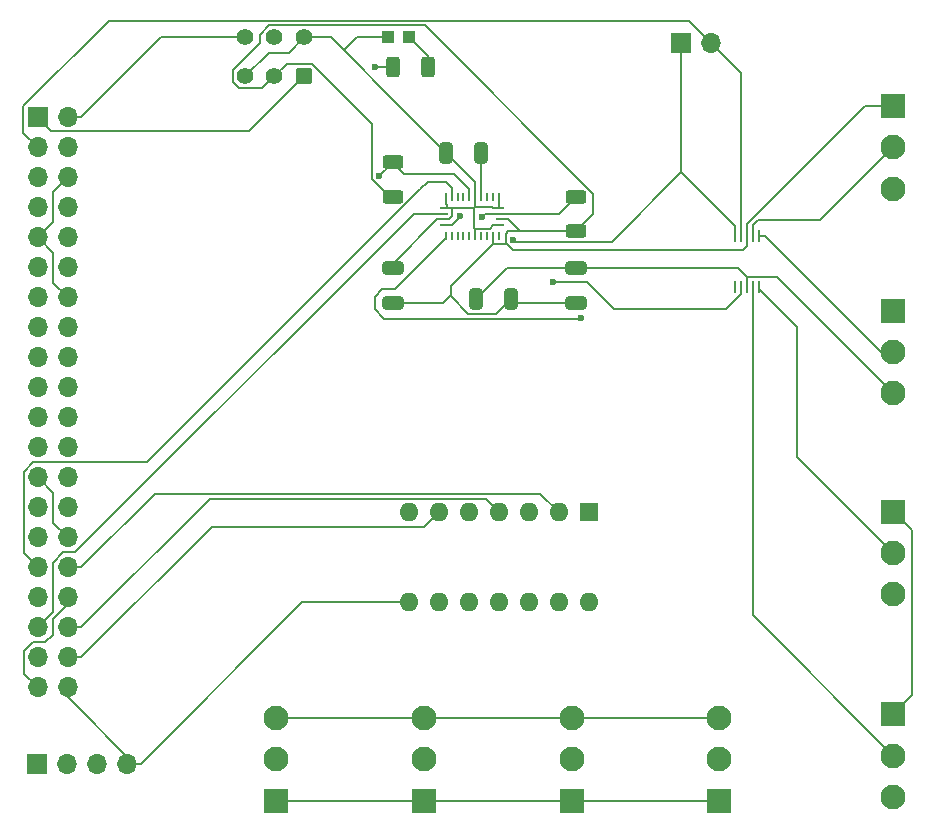
<source format=gtl>
%TF.GenerationSoftware,KiCad,Pcbnew,8.0.5*%
%TF.CreationDate,2024-10-27T16:25:35-04:00*%
%TF.ProjectId,Jetson_Extension_Board,4a657473-6f6e-45f4-9578-74656e73696f,rev?*%
%TF.SameCoordinates,Original*%
%TF.FileFunction,Copper,L1,Top*%
%TF.FilePolarity,Positive*%
%FSLAX46Y46*%
G04 Gerber Fmt 4.6, Leading zero omitted, Abs format (unit mm)*
G04 Created by KiCad (PCBNEW 8.0.5) date 2024-10-27 16:25:35*
%MOMM*%
%LPD*%
G01*
G04 APERTURE LIST*
G04 Aperture macros list*
%AMRoundRect*
0 Rectangle with rounded corners*
0 $1 Rounding radius*
0 $2 $3 $4 $5 $6 $7 $8 $9 X,Y pos of 4 corners*
0 Add a 4 corners polygon primitive as box body*
4,1,4,$2,$3,$4,$5,$6,$7,$8,$9,$2,$3,0*
0 Add four circle primitives for the rounded corners*
1,1,$1+$1,$2,$3*
1,1,$1+$1,$4,$5*
1,1,$1+$1,$6,$7*
1,1,$1+$1,$8,$9*
0 Add four rect primitives between the rounded corners*
20,1,$1+$1,$2,$3,$4,$5,0*
20,1,$1+$1,$4,$5,$6,$7,0*
20,1,$1+$1,$6,$7,$8,$9,0*
20,1,$1+$1,$8,$9,$2,$3,0*%
G04 Aperture macros list end*
%TA.AperFunction,ComponentPad*%
%ADD10R,2.100000X2.100000*%
%TD*%
%TA.AperFunction,ComponentPad*%
%ADD11C,2.100000*%
%TD*%
%TA.AperFunction,SMDPad,CuDef*%
%ADD12RoundRect,0.250000X0.625000X-0.312500X0.625000X0.312500X-0.625000X0.312500X-0.625000X-0.312500X0*%
%TD*%
%TA.AperFunction,SMDPad,CuDef*%
%ADD13R,0.250000X1.100000*%
%TD*%
%TA.AperFunction,ComponentPad*%
%ADD14R,1.700000X1.700000*%
%TD*%
%TA.AperFunction,ComponentPad*%
%ADD15O,1.700000X1.700000*%
%TD*%
%TA.AperFunction,SMDPad,CuDef*%
%ADD16RoundRect,0.250000X-0.325000X-0.650000X0.325000X-0.650000X0.325000X0.650000X-0.325000X0.650000X0*%
%TD*%
%TA.AperFunction,SMDPad,CuDef*%
%ADD17RoundRect,0.250000X0.325000X0.650000X-0.325000X0.650000X-0.325000X-0.650000X0.325000X-0.650000X0*%
%TD*%
%TA.AperFunction,SMDPad,CuDef*%
%ADD18R,1.100000X1.000000*%
%TD*%
%TA.AperFunction,SMDPad,CuDef*%
%ADD19RoundRect,0.250000X-0.650000X0.325000X-0.650000X-0.325000X0.650000X-0.325000X0.650000X0.325000X0*%
%TD*%
%TA.AperFunction,ComponentPad*%
%ADD20RoundRect,0.250000X0.450000X0.450000X-0.450000X0.450000X-0.450000X-0.450000X0.450000X-0.450000X0*%
%TD*%
%TA.AperFunction,ComponentPad*%
%ADD21C,1.400000*%
%TD*%
%TA.AperFunction,ComponentPad*%
%ADD22R,1.600000X1.600000*%
%TD*%
%TA.AperFunction,ComponentPad*%
%ADD23O,1.600000X1.600000*%
%TD*%
%TA.AperFunction,SMDPad,CuDef*%
%ADD24RoundRect,0.250000X-0.312500X-0.625000X0.312500X-0.625000X0.312500X0.625000X-0.312500X0.625000X0*%
%TD*%
%TA.AperFunction,SMDPad,CuDef*%
%ADD25R,0.254000X0.675000*%
%TD*%
%TA.AperFunction,SMDPad,CuDef*%
%ADD26R,0.675000X0.254000*%
%TD*%
%TA.AperFunction,ViaPad*%
%ADD27C,0.600000*%
%TD*%
%TA.AperFunction,Conductor*%
%ADD28C,0.200000*%
%TD*%
G04 APERTURE END LIST*
D10*
%TO.P,J3,1,1*%
%TO.N,GND*%
X141652500Y-137130000D03*
D11*
%TO.P,J3,2,2*%
%TO.N,Net-(J3-Pad2)*%
X141652500Y-133630000D03*
%TO.P,J3,3,3*%
%TO.N,/SchmittTrigger(74LV14)/5V*%
X141652500Y-130130000D03*
%TD*%
D12*
%TO.P,R2,1*%
%TO.N,/ADC/3.3V*%
X142000000Y-88925000D03*
%TO.P,R2,2*%
%TO.N,IMU nBOOT*%
X142000000Y-86000000D03*
%TD*%
D10*
%TO.P,J7,1,1*%
%TO.N,/ADC/3.3V*%
X168900000Y-129805000D03*
D11*
%TO.P,J7,2,2*%
%TO.N,/ADC/Signal 1*%
X168900000Y-133305000D03*
%TO.P,J7,3,3*%
%TO.N,GND*%
X168900000Y-136805000D03*
%TD*%
D10*
%TO.P,J4,1,1*%
%TO.N,GND*%
X129152500Y-137130000D03*
D11*
%TO.P,J4,2,2*%
%TO.N,Net-(J4-Pad2)*%
X129152500Y-133630000D03*
%TO.P,J4,3,3*%
%TO.N,/SchmittTrigger(74LV14)/5V*%
X129152500Y-130130000D03*
%TD*%
D13*
%TO.P,U4,1,ADDR*%
%TO.N,unconnected-(U4-ADDR-Pad1)*%
X155517500Y-93612500D03*
%TO.P,U4,2,ALERT/RDY*%
%TO.N,ADC ALERT*%
X156017500Y-93612500D03*
%TO.P,U4,3,GND*%
%TO.N,GND*%
X156517500Y-93612500D03*
%TO.P,U4,4,AIN0*%
%TO.N,/ADC/Signal 1*%
X157017500Y-93612500D03*
%TO.P,U4,5,AIN1*%
%TO.N,/ADC/Signal 2*%
X157517500Y-93612500D03*
%TO.P,U4,6,AIN2*%
%TO.N,/ADC/Signal 3*%
X157517500Y-89312500D03*
%TO.P,U4,7,AIN3*%
%TO.N,/ADC/Signal 4*%
X157017500Y-89312500D03*
%TO.P,U4,8,VDD*%
%TO.N,/ADC/3.3V*%
X156517500Y-89312500D03*
%TO.P,U4,9,SDA*%
%TO.N,/I2C_2_SDA*%
X156017500Y-89312500D03*
%TO.P,U4,10,SCL*%
%TO.N,/I2C_2_SCL*%
X155517500Y-89312500D03*
%TD*%
D14*
%TO.P,J6,1,Pin_1*%
%TO.N,3.3V*%
X96460000Y-79280000D03*
D15*
%TO.P,J6,2,Pin_2*%
%TO.N,5V*%
X99000000Y-79280000D03*
%TO.P,J6,3,Pin_3*%
%TO.N,/I2C_2_SDA*%
X96460000Y-81820000D03*
%TO.P,J6,4,Pin_4*%
%TO.N,5V*%
X99000000Y-81820000D03*
%TO.P,J6,5,Pin_5*%
%TO.N,/I2C_2_SCL*%
X96460000Y-84360000D03*
%TO.P,J6,6,Pin_6*%
%TO.N,GND*%
X99000000Y-84360000D03*
%TO.P,J6,7,Pin_7*%
%TO.N,ADC ALERT*%
X96460000Y-86900000D03*
%TO.P,J6,8,Pin_8*%
%TO.N,/UART_2_TX*%
X99000000Y-86900000D03*
%TO.P,J6,9,Pin_9*%
%TO.N,GND*%
X96460000Y-89440000D03*
%TO.P,J6,10,Pin_10*%
%TO.N,/UART_2_RX*%
X99000000Y-89440000D03*
%TO.P,J6,11,Pin_11*%
%TO.N,/gpio50*%
X96460000Y-91980000D03*
%TO.P,J6,12,Pin_12*%
%TO.N,/gpio79*%
X99000000Y-91980000D03*
%TO.P,J6,13,Pin_13*%
%TO.N,/gpio14*%
X96460000Y-94520000D03*
%TO.P,J6,14,Pin_14*%
%TO.N,GND*%
X99000000Y-94520000D03*
%TO.P,J6,15,Pin_15*%
%TO.N,/gpio194*%
X96460000Y-97060000D03*
%TO.P,J6,16,Pin_16*%
%TO.N,/gpio232*%
X99000000Y-97060000D03*
%TO.P,J6,17,Pin_17*%
%TO.N,3.3V*%
X96460000Y-99600000D03*
%TO.P,J6,18,Pin_18*%
%TO.N,/gpio15*%
X99000000Y-99600000D03*
%TO.P,J6,19,Pin_19*%
%TO.N,/gpio16*%
X96460000Y-102140000D03*
%TO.P,J6,20,Pin_20*%
%TO.N,GND*%
X99000000Y-102140000D03*
%TO.P,J6,21,Pin_21*%
%TO.N,/gpio17*%
X96460000Y-104680000D03*
%TO.P,J6,22,Pin_22*%
%TO.N,/gpio13*%
X99000000Y-104680000D03*
%TO.P,J6,23,Pin_23*%
%TO.N,/gpio18*%
X96460000Y-107220000D03*
%TO.P,J6,24,Pin_24*%
%TO.N,/gpio19*%
X99000000Y-107220000D03*
%TO.P,J6,25,Pin_25*%
%TO.N,GND*%
X96460000Y-109760000D03*
%TO.P,J6,26,Pin_26*%
%TO.N,/gpio20*%
X99000000Y-109760000D03*
%TO.P,J6,27,Pin_27*%
%TO.N,/I2C_1_SDA*%
X96460000Y-112300000D03*
%TO.P,J6,28,Pin_28*%
%TO.N,/I2C_1_SCL*%
X99000000Y-112300000D03*
%TO.P,J6,29,Pin_29*%
%TO.N,IMU nRESET*%
X96460000Y-114840000D03*
%TO.P,J6,30,Pin_30*%
%TO.N,GND*%
X99000000Y-114840000D03*
%TO.P,J6,31,Pin_31*%
%TO.N,IMU INT*%
X96460000Y-117380000D03*
%TO.P,J6,32,Pin_32*%
%TO.N,ST 1*%
X99000000Y-117380000D03*
%TO.P,J6,33,Pin_33*%
%TO.N,IMU nBOOT*%
X96460000Y-119920000D03*
%TO.P,J6,34,Pin_34*%
%TO.N,GND*%
X99000000Y-119920000D03*
%TO.P,J6,35,Pin_35*%
%TO.N,COM 3*%
X96460000Y-122460000D03*
%TO.P,J6,36,Pin_36*%
%TO.N,ST 2*%
X99000000Y-122460000D03*
%TO.P,J6,37,Pin_37*%
%TO.N,/gpio12*%
X96460000Y-125000000D03*
%TO.P,J6,38,Pin_38*%
%TO.N,ST 3*%
X99000000Y-125000000D03*
%TO.P,J6,39,Pin_39*%
%TO.N,GND*%
X96460000Y-127540000D03*
%TO.P,J6,40,Pin_40*%
%TO.N,ST 4*%
X99000000Y-127540000D03*
%TD*%
D10*
%TO.P,J10,1,1*%
%TO.N,/ADC/3.3V*%
X168900000Y-78305000D03*
D11*
%TO.P,J10,2,2*%
%TO.N,/ADC/Signal 4*%
X168900000Y-81805000D03*
%TO.P,J10,3,3*%
%TO.N,GND*%
X168900000Y-85305000D03*
%TD*%
D14*
%TO.P,J11,1,Pin_1*%
%TO.N,ST 1*%
X96420000Y-134000000D03*
D15*
%TO.P,J11,2,Pin_2*%
%TO.N,ST 2*%
X98960000Y-134000000D03*
%TO.P,J11,3,Pin_3*%
%TO.N,ST 3*%
X101500000Y-134000000D03*
%TO.P,J11,4,Pin_4*%
%TO.N,ST 4*%
X104040000Y-134000000D03*
%TD*%
D16*
%TO.P,C7,1*%
%TO.N,GND*%
X133550000Y-94675000D03*
%TO.P,C7,2*%
%TO.N,/ADC/3.3V*%
X136500000Y-94675000D03*
%TD*%
D10*
%TO.P,J8,1,1*%
%TO.N,/ADC/3.3V*%
X168900000Y-112642500D03*
D11*
%TO.P,J8,2,2*%
%TO.N,/ADC/Signal 2*%
X168900000Y-116142500D03*
%TO.P,J8,3,3*%
%TO.N,GND*%
X168900000Y-119642500D03*
%TD*%
D10*
%TO.P,J9,1,1*%
%TO.N,/ADC/3.3V*%
X168900000Y-95642500D03*
D11*
%TO.P,J9,2,2*%
%TO.N,/ADC/Signal 3*%
X168900000Y-99142500D03*
%TO.P,J9,3,3*%
%TO.N,GND*%
X168900000Y-102642500D03*
%TD*%
D14*
%TO.P,J1,1,Pin_1*%
%TO.N,/I2C_2_SCL*%
X150960000Y-73000000D03*
D15*
%TO.P,J1,2,Pin_2*%
%TO.N,/I2C_2_SDA*%
X153500000Y-73000000D03*
%TD*%
D17*
%TO.P,C8,1*%
%TO.N,Net-(U1-CAP)*%
X134000000Y-82250500D03*
%TO.P,C8,2*%
%TO.N,GND*%
X131050000Y-82250500D03*
%TD*%
D18*
%TO.P,D1,1*%
%TO.N,GND*%
X126150000Y-72500000D03*
%TO.P,D1,2*%
%TO.N,Net-(D1-Pad2)*%
X127850000Y-72500000D03*
%TD*%
D19*
%TO.P,C6,1*%
%TO.N,GND*%
X142000000Y-92050000D03*
%TO.P,C6,2*%
%TO.N,/ADC/3.3V*%
X142000000Y-95000000D03*
%TD*%
D20*
%TO.P,SW1,1,A*%
%TO.N,3.3V*%
X119000000Y-75800000D03*
D21*
%TO.P,SW1,2,B*%
%TO.N,/ADC/3.3V*%
X116500000Y-75800000D03*
%TO.P,SW1,3,C*%
%TO.N,GND*%
X114000000Y-75800000D03*
%TO.P,SW1,4,A*%
%TO.N,5V*%
X114000000Y-72500000D03*
%TO.P,SW1,5,B*%
%TO.N,/SchmittTrigger(74LV14)/5V*%
X116500000Y-72500000D03*
%TO.P,SW1,6,C*%
%TO.N,GND*%
X119000000Y-72500000D03*
%TD*%
D19*
%TO.P,C1,1*%
%TO.N,GND*%
X126500000Y-92000000D03*
%TO.P,C1,2*%
%TO.N,/ADC/3.3V*%
X126500000Y-94950000D03*
%TD*%
D22*
%TO.P,U2,1*%
%TO.N,Net-(J2-Pad2)*%
X143125000Y-112700000D03*
D23*
%TO.P,U2,2*%
%TO.N,ST 1*%
X140585000Y-112700000D03*
%TO.P,U2,3*%
%TO.N,Net-(J3-Pad2)*%
X138045000Y-112700000D03*
%TO.P,U2,4*%
%TO.N,ST 2*%
X135505000Y-112700000D03*
%TO.P,U2,5*%
%TO.N,Net-(J4-Pad2)*%
X132965000Y-112700000D03*
%TO.P,U2,6*%
%TO.N,ST 3*%
X130425000Y-112700000D03*
%TO.P,U2,7,GND*%
%TO.N,GND*%
X127885000Y-112700000D03*
%TO.P,U2,8*%
%TO.N,ST 4*%
X127885000Y-120320000D03*
%TO.P,U2,9*%
%TO.N,Net-(J5-Pad2)*%
X130425000Y-120320000D03*
%TO.P,U2,10*%
%TO.N,unconnected-(U2-Pad10)*%
X132965000Y-120320000D03*
%TO.P,U2,11*%
%TO.N,unconnected-(U2-Pad11)*%
X135505000Y-120320000D03*
%TO.P,U2,12*%
%TO.N,unconnected-(U2-Pad12)*%
X138045000Y-120320000D03*
%TO.P,U2,13*%
%TO.N,unconnected-(U2-Pad13)*%
X140585000Y-120320000D03*
%TO.P,U2,14,5V*%
%TO.N,/SchmittTrigger(74LV14)/5V*%
X143125000Y-120320000D03*
%TD*%
D10*
%TO.P,J2,1,1*%
%TO.N,GND*%
X154152500Y-137130000D03*
D11*
%TO.P,J2,2,2*%
%TO.N,Net-(J2-Pad2)*%
X154152500Y-133630000D03*
%TO.P,J2,3,3*%
%TO.N,/SchmittTrigger(74LV14)/5V*%
X154152500Y-130130000D03*
%TD*%
D12*
%TO.P,R1,1*%
%TO.N,/ADC/3.3V*%
X126500000Y-86000000D03*
%TO.P,R1,2*%
%TO.N,IMU nRESET*%
X126500000Y-83075000D03*
%TD*%
D10*
%TO.P,J5,1,1*%
%TO.N,GND*%
X116652500Y-137130000D03*
D11*
%TO.P,J5,2,2*%
%TO.N,Net-(J5-Pad2)*%
X116652500Y-133630000D03*
%TO.P,J5,3,3*%
%TO.N,/SchmittTrigger(74LV14)/5V*%
X116652500Y-130130000D03*
%TD*%
D24*
%TO.P,R3,1*%
%TO.N,/SchmittTrigger(74LV14)/5V*%
X126537500Y-75000000D03*
%TO.P,R3,2*%
%TO.N,Net-(D1-Pad2)*%
X129462500Y-75000000D03*
%TD*%
D25*
%TO.P,U1,1,PIN1*%
%TO.N,unconnected-(U1-PIN1-Pad1)*%
X135500000Y-89325000D03*
D26*
%TO.P,U1,2,GND*%
%TO.N,GND*%
X135637500Y-88412500D03*
%TO.P,U1,3,VDD*%
%TO.N,/ADC/3.3V*%
X135637500Y-87912500D03*
%TO.P,U1,4,~{BOOT_LOAD_PIN}*%
%TO.N,IMU nBOOT*%
X135637500Y-87412500D03*
%TO.P,U1,5,PS1*%
%TO.N,GND*%
X135637500Y-86912500D03*
D25*
%TO.P,U1,6,PS0*%
X135500000Y-86000000D03*
%TO.P,U1,7,PIN7*%
%TO.N,unconnected-(U1-PIN7-Pad7)*%
X135000000Y-86000000D03*
%TO.P,U1,8,PIN8*%
%TO.N,unconnected-(U1-PIN8-Pad8)*%
X134500000Y-86000000D03*
%TO.P,U1,9,CAP*%
%TO.N,Net-(U1-CAP)*%
X134000000Y-86000000D03*
%TO.P,U1,10,BL_IND*%
%TO.N,GND*%
X133500000Y-86000000D03*
%TO.P,U1,11,~{RESET}*%
%TO.N,IMU nRESET*%
X133000000Y-86000000D03*
%TO.P,U1,12,PIN12*%
%TO.N,unconnected-(U1-PIN12-Pad12)*%
X132500000Y-86000000D03*
%TO.P,U1,13,PIN13*%
%TO.N,unconnected-(U1-PIN13-Pad13)*%
X132000000Y-86000000D03*
%TO.P,U1,14,INT*%
%TO.N,IMU INT*%
X131500000Y-86000000D03*
%TO.P,U1,15,GNDIO*%
%TO.N,GND*%
X131000000Y-86000000D03*
D26*
%TO.P,U1,16,GNDIO*%
X130862500Y-86912500D03*
%TO.P,U1,17,COM3*%
%TO.N,COM 3*%
X130862500Y-87412500D03*
%TO.P,U1,18,COM2*%
%TO.N,GND*%
X130862500Y-87912500D03*
%TO.P,U1,19,COM1*%
%TO.N,/I2C_2_SCL*%
X130862500Y-88412500D03*
D25*
%TO.P,U1,20,COM0*%
%TO.N,/I2C_2_SDA*%
X131000000Y-89325000D03*
%TO.P,U1,21,PIN21*%
%TO.N,unconnected-(U1-PIN21-Pad21)*%
X131500000Y-89325000D03*
%TO.P,U1,22,PIN22*%
%TO.N,unconnected-(U1-PIN22-Pad22)*%
X132000000Y-89325000D03*
%TO.P,U1,23,PIN23*%
%TO.N,unconnected-(U1-PIN23-Pad23)*%
X132500000Y-89325000D03*
%TO.P,U1,24,PIN24*%
%TO.N,unconnected-(U1-PIN24-Pad24)*%
X133000000Y-89325000D03*
%TO.P,U1,25,GNDIO*%
%TO.N,GND*%
X133500000Y-89325000D03*
%TO.P,U1,26,XOUT32*%
%TO.N,unconnected-(U1-XOUT32-Pad26)*%
X134000000Y-89325000D03*
%TO.P,U1,27,XIN32*%
%TO.N,unconnected-(U1-XIN32-Pad27)*%
X134500000Y-89325000D03*
%TO.P,U1,28,VDDIO*%
%TO.N,/ADC/3.3V*%
X135000000Y-89325000D03*
%TD*%
D27*
%TO.N,IMU nBOOT*%
X134064000Y-87669000D03*
%TO.N,IMU nRESET*%
X125392000Y-84257100D03*
%TO.N,/I2C_2_SDA*%
X142439000Y-96246800D03*
%TO.N,/I2C_2_SCL*%
X136700000Y-89618300D03*
X132196000Y-87597300D03*
%TO.N,ADC ALERT*%
X140055000Y-93192400D03*
%TO.N,/SchmittTrigger(74LV14)/5V*%
X125000000Y-75000000D03*
%TD*%
D28*
%TO.N,GND*%
X96038900Y-123730000D02*
X95302800Y-124466000D01*
X156518000Y-92760800D02*
X156518000Y-93186600D01*
X168900000Y-102642000D02*
X168900000Y-102642500D01*
X97750000Y-93270000D02*
X99000000Y-94520000D01*
X122399972Y-73600028D02*
X121300000Y-72500000D01*
X97750000Y-113590000D02*
X97750000Y-111050000D01*
X168900000Y-102642000D02*
X159018000Y-92760800D01*
X134725000Y-88685800D02*
X134998000Y-88412500D01*
X97750000Y-88150000D02*
X97750000Y-85610000D01*
X97750000Y-111050000D02*
X96460000Y-109760000D01*
X131548000Y-87618000D02*
X131254000Y-87912500D01*
X133500000Y-86826300D02*
X133500000Y-86000000D01*
X133500000Y-89325000D02*
X133500000Y-88685800D01*
X131548000Y-86912500D02*
X131548000Y-87618000D01*
X99000000Y-119920000D02*
X99000000Y-120485686D01*
X130298000Y-87912500D02*
X126500000Y-91710500D01*
X154152000Y-137130000D02*
X141652500Y-137130000D01*
X130862000Y-86912500D02*
X130862500Y-86912500D01*
X133500000Y-86000000D02*
X133500000Y-84700500D01*
X95302800Y-124466000D02*
X95302800Y-126382800D01*
X133500000Y-84700500D02*
X131050000Y-82250500D01*
X131254000Y-87912500D02*
X130862500Y-87912500D01*
X114000000Y-75800000D02*
X116007000Y-73792800D01*
X97057600Y-123730000D02*
X96038900Y-123730000D01*
X142050000Y-92000000D02*
X142000000Y-92050000D01*
X155757200Y-92000000D02*
X142050000Y-92000000D01*
X135638000Y-86912500D02*
X135637500Y-86912500D01*
X159018000Y-92760800D02*
X156518000Y-92760800D01*
X116007000Y-73792800D02*
X117707000Y-73792800D01*
X97750000Y-85610000D02*
X99000000Y-84360000D01*
X133414000Y-86912500D02*
X133414000Y-88599600D01*
X133500000Y-88685800D02*
X134725000Y-88685800D01*
X156518000Y-93612000D02*
X156518000Y-93186600D01*
X116652500Y-137130000D02*
X116652000Y-137130000D01*
X131068000Y-86707000D02*
X131000000Y-86639200D01*
X134998000Y-88412500D02*
X135637500Y-88412500D01*
X126649863Y-77850137D02*
X122399972Y-73600028D01*
X133414000Y-88599600D02*
X133500000Y-88685800D01*
X123500000Y-72500000D02*
X122399972Y-73600028D01*
X97730000Y-123057600D02*
X97057600Y-123730000D01*
X96460000Y-89440000D02*
X97750000Y-90730000D01*
X134998000Y-86912500D02*
X134912000Y-86826300D01*
X121300000Y-72500000D02*
X119000000Y-72500000D01*
X142000000Y-92050000D02*
X136175000Y-92050000D01*
X117707000Y-73792800D02*
X119000000Y-72500000D01*
X130862500Y-87912500D02*
X130298000Y-87912500D01*
X135637500Y-88412500D02*
X135638000Y-88412500D01*
X135500000Y-86844800D02*
X135500000Y-86000000D01*
X96460000Y-89440000D02*
X97750000Y-88150000D01*
X131000000Y-86639200D02*
X131000000Y-86000000D01*
X131068000Y-86912500D02*
X131548000Y-86912500D01*
X131548000Y-86912500D02*
X133414000Y-86912500D01*
X156517500Y-93612500D02*
X156518000Y-93612000D01*
X131068000Y-86912500D02*
X131068000Y-86707000D01*
X99000000Y-114840000D02*
X97750000Y-113590000D01*
X135637500Y-86912500D02*
X135432000Y-86912500D01*
X126500000Y-91710500D02*
X126500000Y-92000000D01*
X130862500Y-86912500D02*
X131068000Y-86912500D01*
X99000000Y-120485686D02*
X97730000Y-121755686D01*
X97750000Y-90730000D02*
X97750000Y-93270000D01*
X135432000Y-86912500D02*
X135500000Y-86844800D01*
X129152500Y-137130000D02*
X116652500Y-137130000D01*
X123500000Y-72500000D02*
X126150000Y-72500000D01*
X156518000Y-92760800D02*
X155757200Y-92000000D01*
X135432000Y-86912500D02*
X134998000Y-86912500D01*
X131050000Y-82250500D02*
X126649863Y-77850137D01*
X136175000Y-92050000D02*
X133550000Y-94675000D01*
X133414000Y-86912500D02*
X133500000Y-86826300D01*
X95302800Y-126382800D02*
X96460000Y-127540000D01*
X141652500Y-137130000D02*
X129152500Y-137130000D01*
X134912000Y-86826300D02*
X133500000Y-86826300D01*
X97730000Y-121755686D02*
X97730000Y-123057600D01*
X154152000Y-137130000D02*
X154152500Y-137130000D01*
%TO.N,3.3V*%
X96460000Y-79280000D02*
X97611700Y-80431700D01*
X97611700Y-80431700D02*
X114368000Y-80431700D01*
X114368000Y-80431700D02*
X119000000Y-75800000D01*
%TO.N,Net-(U1-CAP)*%
X134000000Y-86000000D02*
X134000000Y-82250500D01*
%TO.N,5V*%
X100152000Y-79280000D02*
X106932000Y-72500000D01*
X99000000Y-79280000D02*
X100152000Y-79280000D01*
X106932000Y-72500000D02*
X114000000Y-72500000D01*
%TO.N,ST 4*%
X118872000Y-120320000D02*
X105192000Y-134000000D01*
X127885000Y-120320000D02*
X118872000Y-120320000D01*
X99000000Y-127540000D02*
X99000000Y-128384000D01*
X99000000Y-128384000D02*
X104616000Y-134000000D01*
X105192000Y-134000000D02*
X104616000Y-134000000D01*
X104040000Y-134000000D02*
X104616000Y-134000000D01*
%TO.N,IMU nBOOT*%
X140588000Y-87412500D02*
X135637500Y-87412500D01*
X142000000Y-86000000D02*
X140588000Y-87412500D01*
X135637500Y-87412500D02*
X134320000Y-87412500D01*
X134320000Y-87412500D02*
X134064000Y-87669000D01*
%TO.N,IMU nRESET*%
X125392000Y-84257100D02*
X126500000Y-83148800D01*
X133000000Y-86000000D02*
X133000000Y-85360800D01*
X126500000Y-83148800D02*
X126500000Y-83075000D01*
X131730000Y-84090900D02*
X127442000Y-84090900D01*
X127442000Y-84090900D02*
X126500000Y-83148800D01*
X133000000Y-85360800D02*
X131730000Y-84090900D01*
%TO.N,/I2C_2_SDA*%
X102466400Y-71087200D02*
X95250000Y-78303600D01*
X153500000Y-73000000D02*
X151587200Y-71087200D01*
X131000000Y-89325000D02*
X131000000Y-89500000D01*
X156017500Y-89312500D02*
X156017500Y-75517500D01*
X131000000Y-89500000D02*
X126666900Y-93833100D01*
X142362000Y-96323600D02*
X142439000Y-96246800D01*
X95250000Y-80610000D02*
X96460000Y-81820000D01*
X125812725Y-96323600D02*
X142362000Y-96323600D01*
X125000000Y-95510875D02*
X125812725Y-96323600D01*
X151587200Y-71087200D02*
X102466400Y-71087200D01*
X156017500Y-75517500D02*
X153500000Y-73000000D01*
X125000000Y-94471515D02*
X125000000Y-95510875D01*
X126666900Y-93833100D02*
X125638415Y-93833100D01*
X95250000Y-78303600D02*
X95250000Y-80610000D01*
X125638415Y-93833100D02*
X125000000Y-94471515D01*
%TO.N,/I2C_2_SCL*%
X150960000Y-83903300D02*
X150960000Y-73000000D01*
X136700000Y-89618300D02*
X136872000Y-89790200D01*
X155518000Y-88460800D02*
X155518000Y-88673700D01*
X132196000Y-87717800D02*
X132196000Y-87597300D01*
X130862500Y-88412500D02*
X131502000Y-88412500D01*
X131502000Y-88412500D02*
X132196000Y-87717800D01*
X155518000Y-88673700D02*
X155518000Y-88886600D01*
X136872000Y-89790200D02*
X145073000Y-89790200D01*
X130862000Y-88412500D02*
X130862500Y-88412500D01*
X150960000Y-83903300D02*
X155518000Y-88460800D01*
X155517500Y-88674200D02*
X155517500Y-89312500D01*
X155518000Y-88673700D02*
X155517500Y-88674200D01*
X145073000Y-89790200D02*
X150960000Y-83903300D01*
%TO.N,ST 1*%
X139024000Y-111139000D02*
X140585000Y-112700000D01*
X100152000Y-117380000D02*
X106392000Y-111139000D01*
X99000000Y-117380000D02*
X100152000Y-117380000D01*
X106392000Y-111139000D02*
X139024000Y-111139000D01*
%TO.N,ADC ALERT*%
X156018000Y-94251200D02*
X156017500Y-94250700D01*
X142955000Y-93192400D02*
X145262600Y-95500000D01*
X145262600Y-95500000D02*
X154769200Y-95500000D01*
X154769200Y-95500000D02*
X156018000Y-94251200D01*
X140055000Y-93192400D02*
X142955000Y-93192400D01*
X156017500Y-94250700D02*
X156017500Y-93612500D01*
X156018000Y-94251200D02*
X156018000Y-94038300D01*
%TO.N,ST 3*%
X99000000Y-125000000D02*
X100152000Y-125000000D01*
X111184000Y-113968000D02*
X129157000Y-113968000D01*
X129157000Y-113968000D02*
X130425000Y-112700000D01*
X100152000Y-125000000D02*
X111184000Y-113968000D01*
%TO.N,IMU INT*%
X105729000Y-108490000D02*
X96046700Y-108490000D01*
X131500000Y-85250000D02*
X131000000Y-84750000D01*
X96046700Y-108490000D02*
X95253300Y-109283000D01*
X128858000Y-85360800D02*
X105729000Y-108490000D01*
X95253300Y-109283000D02*
X95253300Y-116173300D01*
X131000000Y-84750000D02*
X129468800Y-84750000D01*
X95253300Y-116173300D02*
X96460000Y-117380000D01*
X131500000Y-86000000D02*
X131500000Y-85250000D01*
X129468800Y-84750000D02*
X128858000Y-85360800D01*
%TO.N,COM 3*%
X99630000Y-116110000D02*
X98628600Y-116110000D01*
X97730000Y-121190000D02*
X96460000Y-122460000D01*
X98628600Y-116110000D02*
X97730000Y-117009000D01*
X128328000Y-87412500D02*
X99630000Y-116110000D01*
X97730000Y-117009000D02*
X97730000Y-121190000D01*
X130862500Y-87412500D02*
X128328000Y-87412500D01*
%TO.N,ST 2*%
X99000000Y-122460000D02*
X100152000Y-122460000D01*
X134374000Y-111569000D02*
X135505000Y-112700000D01*
X111043000Y-111569000D02*
X134374000Y-111569000D01*
X100152000Y-122460000D02*
X111043000Y-111569000D01*
%TO.N,/ADC/Signal 4*%
X162705000Y-88000000D02*
X157403249Y-88000000D01*
X157403249Y-88000000D02*
X157018000Y-88385272D01*
X157017500Y-88674200D02*
X157017500Y-89312500D01*
X157018000Y-88673700D02*
X157017500Y-88674200D01*
X157018000Y-88385272D02*
X157018000Y-88673700D01*
X168900000Y-81805000D02*
X162705000Y-88000000D01*
X157018000Y-88673700D02*
X157018000Y-88886600D01*
%TO.N,/ADC/Signal 3*%
X157517500Y-89312500D02*
X158062500Y-89312500D01*
X158062500Y-89312500D02*
X167892500Y-99142500D01*
X167892500Y-99142500D02*
X168900000Y-99142500D01*
%TO.N,/ADC/Signal 1*%
X157017500Y-121421500D02*
X157017500Y-93612500D01*
X168900000Y-133305000D02*
X157018000Y-121422000D01*
X157018000Y-121422000D02*
X157017500Y-121421500D01*
%TO.N,/ADC/Signal 2*%
X168900000Y-116142000D02*
X168900000Y-116142500D01*
X160750000Y-107992500D02*
X168900000Y-116142500D01*
X160750000Y-97000000D02*
X160750000Y-107992500D01*
X157517500Y-93612500D02*
X157517500Y-93767500D01*
X157517500Y-93767500D02*
X160750000Y-97000000D01*
%TO.N,/ADC/3.3V*%
X117526000Y-74773800D02*
X119711000Y-74773800D01*
X136500000Y-94675000D02*
X136825000Y-95000000D01*
X129243900Y-71487200D02*
X143500000Y-85743300D01*
X156518000Y-89308100D02*
X156518000Y-89303700D01*
X136237500Y-87912500D02*
X137250000Y-88925000D01*
X136277000Y-88925000D02*
X137250000Y-88925000D01*
X135000000Y-89325000D02*
X135000000Y-89964200D01*
X116500000Y-75800000D02*
X115485000Y-76814900D01*
X156518000Y-89308100D02*
X156518000Y-89310300D01*
X168900000Y-129805000D02*
X170500000Y-128205000D01*
X136500000Y-94675000D02*
X135251400Y-95923600D01*
X136099000Y-89103100D02*
X136099000Y-89867400D01*
X124790000Y-79852700D02*
X124790000Y-84506200D01*
X136099000Y-89867400D02*
X136731600Y-90500000D01*
X156518000Y-89242400D02*
X156518000Y-89241900D01*
X143500000Y-87425000D02*
X142000000Y-88925000D01*
X130766700Y-94950000D02*
X131416000Y-94300700D01*
X156518000Y-89303700D02*
X156518000Y-89308100D01*
X156518000Y-89311400D02*
X156518000Y-89310300D01*
X126284000Y-86000000D02*
X126500000Y-86000000D01*
X166532000Y-78305000D02*
X168900000Y-78305000D01*
X131416000Y-93548700D02*
X135000000Y-89964200D01*
X112963000Y-75287000D02*
X115250000Y-73000000D01*
X156518000Y-89311400D02*
X156517500Y-89311900D01*
X156518000Y-90164200D02*
X156518000Y-89311400D01*
X115250000Y-72283900D02*
X116046700Y-71487200D01*
X156518000Y-89242400D02*
X156518000Y-89277400D01*
X156518000Y-89277400D02*
X156518000Y-89242400D01*
X135251400Y-95923600D02*
X132923600Y-95923600D01*
X136277000Y-88925000D02*
X136099000Y-89103100D01*
X156518000Y-89294900D02*
X156518000Y-89303700D01*
X156518000Y-89277400D02*
X156518000Y-89294900D01*
X170500000Y-114242500D02*
X168900000Y-112642500D01*
X131416000Y-94416000D02*
X131416000Y-94300700D01*
X115250000Y-73000000D02*
X115250000Y-72283900D01*
X132923600Y-95923600D02*
X131416000Y-94416000D01*
X156517500Y-89311900D02*
X156517500Y-89312500D01*
X135637500Y-87912500D02*
X136237500Y-87912500D01*
X156518000Y-89241900D02*
X156518000Y-88319600D01*
X156518000Y-89241900D02*
X156518000Y-89242400D01*
X113518000Y-76814900D02*
X112963000Y-76260500D01*
X137250000Y-88925000D02*
X142000000Y-88925000D01*
X136002000Y-89964200D02*
X136099000Y-89867400D01*
X115485000Y-76814900D02*
X113518000Y-76814900D01*
X112963000Y-76260500D02*
X112963000Y-75287000D01*
X170500000Y-128205000D02*
X170500000Y-114242500D01*
X131416000Y-94300700D02*
X131416000Y-93548700D01*
X156518000Y-89303700D02*
X156518000Y-89294900D01*
X156518000Y-89294900D02*
X156518000Y-89277400D01*
X156518000Y-89310300D02*
X156518000Y-89308100D01*
X135000000Y-89964200D02*
X136002000Y-89964200D01*
X126500000Y-94950000D02*
X130766700Y-94950000D01*
X119711000Y-74773800D02*
X124790000Y-79852700D01*
X168900000Y-112642500D02*
X168900000Y-112642000D01*
X116046700Y-71487200D02*
X129243900Y-71487200D01*
X156518000Y-89310300D02*
X156518000Y-89311400D01*
X156518000Y-89312500D02*
X156518000Y-89311400D01*
X136731600Y-90500000D02*
X156182200Y-90500000D01*
X116500000Y-75800000D02*
X117526000Y-74773800D01*
X156182200Y-90500000D02*
X156518000Y-90164200D01*
X143500000Y-85743300D02*
X143500000Y-87425000D01*
X156518000Y-88319600D02*
X166532000Y-78305000D01*
X124790000Y-84506200D02*
X126284000Y-86000000D01*
X136825000Y-95000000D02*
X142000000Y-95000000D01*
%TO.N,/SchmittTrigger(74LV14)/5V*%
X116652500Y-130130000D02*
X116652000Y-130130000D01*
X154152000Y-130130000D02*
X154152500Y-130130000D01*
X154152000Y-130130000D02*
X141652500Y-130130000D01*
X141652500Y-130130000D02*
X129152500Y-130130000D01*
X125000000Y-75000000D02*
X126537500Y-75000000D01*
X129152500Y-130130000D02*
X116652500Y-130130000D01*
%TO.N,Net-(D1-Pad2)*%
X129462500Y-74112500D02*
X127850000Y-72500000D01*
X129462500Y-75000000D02*
X129462500Y-74112500D01*
%TD*%
M02*

</source>
